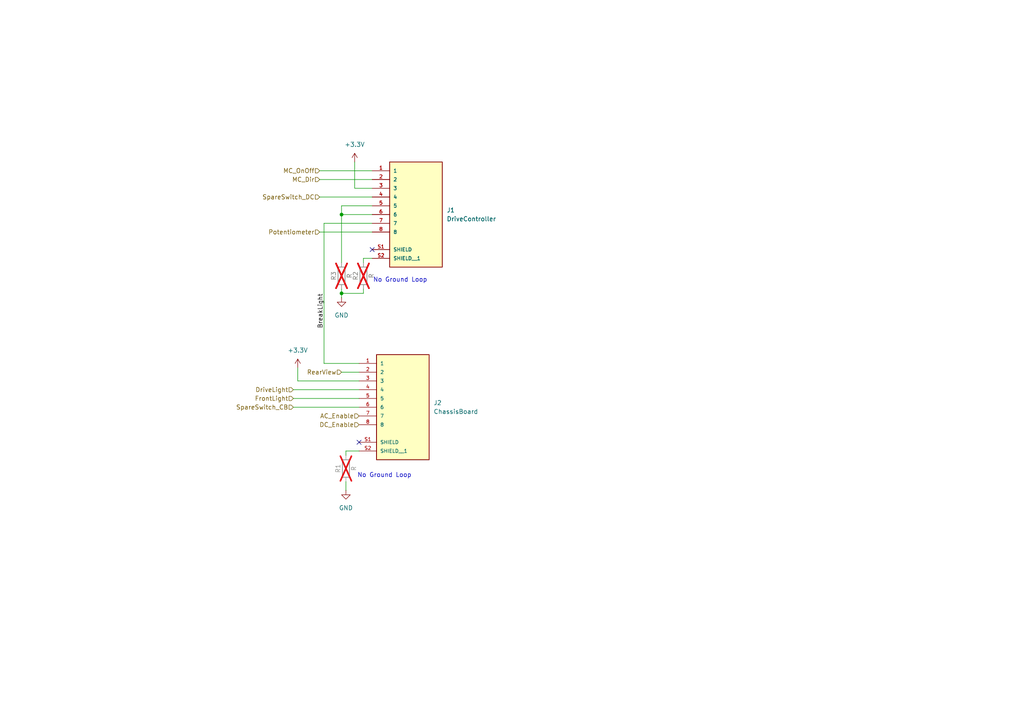
<source format=kicad_sch>
(kicad_sch
	(version 20250114)
	(generator "eeschema")
	(generator_version "9.0")
	(uuid "49ca617a-86ad-42f9-9bb5-06a04c5312c5")
	(paper "A4")
	(title_block
		(title "Connectors")
		(date "2025-11-08")
		(rev "0")
		(company "Solar Energy Racers")
	)
	(lib_symbols
		(symbol "Device:R"
			(pin_numbers
				(hide yes)
			)
			(pin_names
				(offset 0)
			)
			(exclude_from_sim no)
			(in_bom yes)
			(on_board yes)
			(property "Reference" "R"
				(at 2.032 0 90)
				(effects
					(font
						(size 1.27 1.27)
					)
				)
			)
			(property "Value" "R"
				(at 0 0 90)
				(effects
					(font
						(size 1.27 1.27)
					)
				)
			)
			(property "Footprint" ""
				(at -1.778 0 90)
				(effects
					(font
						(size 1.27 1.27)
					)
					(hide yes)
				)
			)
			(property "Datasheet" "~"
				(at 0 0 0)
				(effects
					(font
						(size 1.27 1.27)
					)
					(hide yes)
				)
			)
			(property "Description" "Resistor"
				(at 0 0 0)
				(effects
					(font
						(size 1.27 1.27)
					)
					(hide yes)
				)
			)
			(property "ki_keywords" "R res resistor"
				(at 0 0 0)
				(effects
					(font
						(size 1.27 1.27)
					)
					(hide yes)
				)
			)
			(property "ki_fp_filters" "R_*"
				(at 0 0 0)
				(effects
					(font
						(size 1.27 1.27)
					)
					(hide yes)
				)
			)
			(symbol "R_0_1"
				(rectangle
					(start -1.016 -2.54)
					(end 1.016 2.54)
					(stroke
						(width 0.254)
						(type default)
					)
					(fill
						(type none)
					)
				)
			)
			(symbol "R_1_1"
				(pin passive line
					(at 0 3.81 270)
					(length 1.27)
					(name "~"
						(effects
							(font
								(size 1.27 1.27)
							)
						)
					)
					(number "1"
						(effects
							(font
								(size 1.27 1.27)
							)
						)
					)
				)
				(pin passive line
					(at 0 -3.81 90)
					(length 1.27)
					(name "~"
						(effects
							(font
								(size 1.27 1.27)
							)
						)
					)
					(number "2"
						(effects
							(font
								(size 1.27 1.27)
							)
						)
					)
				)
			)
			(embedded_fonts no)
		)
		(symbol "Imported_Symbols:CRJ027-1-TH"
			(pin_names
				(offset 1.016)
			)
			(exclude_from_sim no)
			(in_bom yes)
			(on_board yes)
			(property "Reference" "J"
				(at -7.62 13.97 0)
				(effects
					(font
						(size 1.27 1.27)
					)
					(justify left bottom)
				)
			)
			(property "Value" "CRJ027-1-TH"
				(at -7.62 -19.05 0)
				(effects
					(font
						(size 1.27 1.27)
					)
					(justify left top)
				)
			)
			(property "Footprint" "Imported_Footprints:CUI_CRJ027-1-TH"
				(at 0 0 0)
				(effects
					(font
						(size 1.27 1.27)
					)
					(justify bottom)
					(hide yes)
				)
			)
			(property "Datasheet" ""
				(at 0 0 0)
				(effects
					(font
						(size 1.27 1.27)
					)
					(hide yes)
				)
			)
			(property "Description" ""
				(at 0 0 0)
				(effects
					(font
						(size 1.27 1.27)
					)
					(hide yes)
				)
			)
			(property "PARTREV" "1.0"
				(at 0 0 0)
				(effects
					(font
						(size 1.27 1.27)
					)
					(justify bottom)
					(hide yes)
				)
			)
			(property "STANDARD" "Manufacturer Recommendations"
				(at 0 0 0)
				(effects
					(font
						(size 1.27 1.27)
					)
					(justify bottom)
					(hide yes)
				)
			)
			(property "MAXIMUM_PACKAGE_HEIGHT" "16.55mm"
				(at 0 0 0)
				(effects
					(font
						(size 1.27 1.27)
					)
					(justify bottom)
					(hide yes)
				)
			)
			(property "MANUFACTURER" "CUI Devices"
				(at 0 0 0)
				(effects
					(font
						(size 1.27 1.27)
					)
					(justify bottom)
					(hide yes)
				)
			)
			(symbol "CRJ027-1-TH_0_0"
				(rectangle
					(start -7.62 12.7)
					(end 7.62 -17.78)
					(stroke
						(width 0.254)
						(type default)
					)
					(fill
						(type background)
					)
				)
				(pin passive line
					(at -12.7 10.16 0)
					(length 5.08)
					(name "1"
						(effects
							(font
								(size 1.016 1.016)
							)
						)
					)
					(number "1"
						(effects
							(font
								(size 1.016 1.016)
							)
						)
					)
				)
				(pin passive line
					(at -12.7 7.62 0)
					(length 5.08)
					(name "2"
						(effects
							(font
								(size 1.016 1.016)
							)
						)
					)
					(number "2"
						(effects
							(font
								(size 1.016 1.016)
							)
						)
					)
				)
				(pin passive line
					(at -12.7 5.08 0)
					(length 5.08)
					(name "3"
						(effects
							(font
								(size 1.016 1.016)
							)
						)
					)
					(number "3"
						(effects
							(font
								(size 1.016 1.016)
							)
						)
					)
				)
				(pin passive line
					(at -12.7 2.54 0)
					(length 5.08)
					(name "4"
						(effects
							(font
								(size 1.016 1.016)
							)
						)
					)
					(number "4"
						(effects
							(font
								(size 1.016 1.016)
							)
						)
					)
				)
				(pin passive line
					(at -12.7 0 0)
					(length 5.08)
					(name "5"
						(effects
							(font
								(size 1.016 1.016)
							)
						)
					)
					(number "5"
						(effects
							(font
								(size 1.016 1.016)
							)
						)
					)
				)
				(pin passive line
					(at -12.7 -2.54 0)
					(length 5.08)
					(name "6"
						(effects
							(font
								(size 1.016 1.016)
							)
						)
					)
					(number "6"
						(effects
							(font
								(size 1.016 1.016)
							)
						)
					)
				)
				(pin passive line
					(at -12.7 -5.08 0)
					(length 5.08)
					(name "7"
						(effects
							(font
								(size 1.016 1.016)
							)
						)
					)
					(number "7"
						(effects
							(font
								(size 1.016 1.016)
							)
						)
					)
				)
				(pin passive line
					(at -12.7 -7.62 0)
					(length 5.08)
					(name "8"
						(effects
							(font
								(size 1.016 1.016)
							)
						)
					)
					(number "8"
						(effects
							(font
								(size 1.016 1.016)
							)
						)
					)
				)
				(pin passive line
					(at -12.7 -12.7 0)
					(length 5.08)
					(name "SHIELD"
						(effects
							(font
								(size 1.016 1.016)
							)
						)
					)
					(number "S1"
						(effects
							(font
								(size 1.016 1.016)
							)
						)
					)
				)
				(pin passive line
					(at -12.7 -15.24 0)
					(length 5.08)
					(name "SHIELD__1"
						(effects
							(font
								(size 1.016 1.016)
							)
						)
					)
					(number "S2"
						(effects
							(font
								(size 1.016 1.016)
							)
						)
					)
				)
			)
			(embedded_fonts no)
		)
		(symbol "power:+3.3V"
			(power)
			(pin_numbers
				(hide yes)
			)
			(pin_names
				(offset 0)
				(hide yes)
			)
			(exclude_from_sim no)
			(in_bom yes)
			(on_board yes)
			(property "Reference" "#PWR"
				(at 0 -3.81 0)
				(effects
					(font
						(size 1.27 1.27)
					)
					(hide yes)
				)
			)
			(property "Value" "+3.3V"
				(at 0 3.556 0)
				(effects
					(font
						(size 1.27 1.27)
					)
				)
			)
			(property "Footprint" ""
				(at 0 0 0)
				(effects
					(font
						(size 1.27 1.27)
					)
					(hide yes)
				)
			)
			(property "Datasheet" ""
				(at 0 0 0)
				(effects
					(font
						(size 1.27 1.27)
					)
					(hide yes)
				)
			)
			(property "Description" "Power symbol creates a global label with name \"+3.3V\""
				(at 0 0 0)
				(effects
					(font
						(size 1.27 1.27)
					)
					(hide yes)
				)
			)
			(property "ki_keywords" "global power"
				(at 0 0 0)
				(effects
					(font
						(size 1.27 1.27)
					)
					(hide yes)
				)
			)
			(symbol "+3.3V_0_1"
				(polyline
					(pts
						(xy -0.762 1.27) (xy 0 2.54)
					)
					(stroke
						(width 0)
						(type default)
					)
					(fill
						(type none)
					)
				)
				(polyline
					(pts
						(xy 0 2.54) (xy 0.762 1.27)
					)
					(stroke
						(width 0)
						(type default)
					)
					(fill
						(type none)
					)
				)
				(polyline
					(pts
						(xy 0 0) (xy 0 2.54)
					)
					(stroke
						(width 0)
						(type default)
					)
					(fill
						(type none)
					)
				)
			)
			(symbol "+3.3V_1_1"
				(pin power_in line
					(at 0 0 90)
					(length 0)
					(name "~"
						(effects
							(font
								(size 1.27 1.27)
							)
						)
					)
					(number "1"
						(effects
							(font
								(size 1.27 1.27)
							)
						)
					)
				)
			)
			(embedded_fonts no)
		)
		(symbol "power:GND"
			(power)
			(pin_numbers
				(hide yes)
			)
			(pin_names
				(offset 0)
				(hide yes)
			)
			(exclude_from_sim no)
			(in_bom yes)
			(on_board yes)
			(property "Reference" "#PWR"
				(at 0 -6.35 0)
				(effects
					(font
						(size 1.27 1.27)
					)
					(hide yes)
				)
			)
			(property "Value" "GND"
				(at 0 -3.81 0)
				(effects
					(font
						(size 1.27 1.27)
					)
				)
			)
			(property "Footprint" ""
				(at 0 0 0)
				(effects
					(font
						(size 1.27 1.27)
					)
					(hide yes)
				)
			)
			(property "Datasheet" ""
				(at 0 0 0)
				(effects
					(font
						(size 1.27 1.27)
					)
					(hide yes)
				)
			)
			(property "Description" "Power symbol creates a global label with name \"GND\" , ground"
				(at 0 0 0)
				(effects
					(font
						(size 1.27 1.27)
					)
					(hide yes)
				)
			)
			(property "ki_keywords" "global power"
				(at 0 0 0)
				(effects
					(font
						(size 1.27 1.27)
					)
					(hide yes)
				)
			)
			(symbol "GND_0_1"
				(polyline
					(pts
						(xy 0 0) (xy 0 -1.27) (xy 1.27 -1.27) (xy 0 -2.54) (xy -1.27 -1.27) (xy 0 -1.27)
					)
					(stroke
						(width 0)
						(type default)
					)
					(fill
						(type none)
					)
				)
			)
			(symbol "GND_1_1"
				(pin power_in line
					(at 0 0 270)
					(length 0)
					(name "~"
						(effects
							(font
								(size 1.27 1.27)
							)
						)
					)
					(number "1"
						(effects
							(font
								(size 1.27 1.27)
							)
						)
					)
				)
			)
			(embedded_fonts no)
		)
	)
	(text "No Ground Loop"
		(exclude_from_sim no)
		(at 111.506 137.922 0)
		(effects
			(font
				(size 1.27 1.27)
			)
		)
		(uuid "7fb4ed0e-d145-427e-8cf1-a1a869ed3875")
	)
	(text "No Ground Loop"
		(exclude_from_sim no)
		(at 116.078 81.28 0)
		(effects
			(font
				(size 1.27 1.27)
			)
		)
		(uuid "c4c578cf-7417-4978-a3e0-485ea2f24485")
	)
	(junction
		(at 99.06 62.23)
		(diameter 0)
		(color 0 0 0 0)
		(uuid "7f4fe8fa-02c3-417e-a3fa-7e45759cebec")
	)
	(junction
		(at 99.06 85.09)
		(diameter 0)
		(color 0 0 0 0)
		(uuid "d5145944-8279-40a5-aa19-2e1887075e7d")
	)
	(no_connect
		(at 107.95 72.39)
		(uuid "5ee3c7b4-6c7c-4747-b41a-056afea1a393")
	)
	(no_connect
		(at 104.14 128.27)
		(uuid "a7416d38-d3f8-4a70-80e7-29d549e27221")
	)
	(wire
		(pts
			(xy 107.95 62.23) (xy 99.06 62.23)
		)
		(stroke
			(width 0)
			(type default)
		)
		(uuid "03a28c5f-e9d1-4bd8-8f6a-db9a204e21ba")
	)
	(wire
		(pts
			(xy 86.36 106.68) (xy 86.36 110.49)
		)
		(stroke
			(width 0)
			(type default)
		)
		(uuid "067912ac-e389-4b4e-99b9-8595339920ef")
	)
	(wire
		(pts
			(xy 85.09 113.03) (xy 104.14 113.03)
		)
		(stroke
			(width 0)
			(type default)
		)
		(uuid "12158893-68f5-40c2-b003-c3c1fd752e78")
	)
	(wire
		(pts
			(xy 85.09 115.57) (xy 104.14 115.57)
		)
		(stroke
			(width 0)
			(type default)
		)
		(uuid "1606e31d-115b-4cde-9295-ff8bf7d41074")
	)
	(wire
		(pts
			(xy 99.06 59.69) (xy 99.06 62.23)
		)
		(stroke
			(width 0)
			(type default)
		)
		(uuid "187ca67e-e5ea-4893-b728-fb98b06c99f1")
	)
	(wire
		(pts
			(xy 92.71 67.31) (xy 107.95 67.31)
		)
		(stroke
			(width 0)
			(type default)
		)
		(uuid "1c05014a-0b12-4c18-b799-2166af7fe92a")
	)
	(wire
		(pts
			(xy 93.98 105.41) (xy 104.14 105.41)
		)
		(stroke
			(width 0)
			(type default)
		)
		(uuid "240e21dd-6238-46da-a77d-d1b83a302305")
	)
	(wire
		(pts
			(xy 100.33 139.7) (xy 100.33 142.24)
		)
		(stroke
			(width 0)
			(type default)
		)
		(uuid "32028495-0d75-4c79-b72e-3cc3aba89a16")
	)
	(wire
		(pts
			(xy 99.06 107.95) (xy 104.14 107.95)
		)
		(stroke
			(width 0)
			(type default)
		)
		(uuid "37b27ae6-2981-4bee-abb4-564704ef3a02")
	)
	(wire
		(pts
			(xy 99.06 85.09) (xy 99.06 86.36)
		)
		(stroke
			(width 0)
			(type default)
		)
		(uuid "396984ab-1ffe-4115-9344-6922eb29d5c6")
	)
	(wire
		(pts
			(xy 85.09 118.11) (xy 104.14 118.11)
		)
		(stroke
			(width 0)
			(type default)
		)
		(uuid "4cf5c6b0-8ec4-4229-8907-bdb47678e9cf")
	)
	(wire
		(pts
			(xy 99.06 85.09) (xy 105.41 85.09)
		)
		(stroke
			(width 0)
			(type default)
		)
		(uuid "4e1b9274-675a-4c14-83cf-c27a5a368aba")
	)
	(wire
		(pts
			(xy 105.41 85.09) (xy 105.41 83.82)
		)
		(stroke
			(width 0)
			(type default)
		)
		(uuid "6292d6cb-e76d-4ba7-8877-16fc8a0ad269")
	)
	(wire
		(pts
			(xy 92.71 49.53) (xy 107.95 49.53)
		)
		(stroke
			(width 0)
			(type default)
		)
		(uuid "73e43d0b-247a-4227-ac94-3d38c234d79f")
	)
	(wire
		(pts
			(xy 107.95 74.93) (xy 105.41 74.93)
		)
		(stroke
			(width 0)
			(type default)
		)
		(uuid "774b1576-4ebb-40e0-89d8-ed2c7dcfe14e")
	)
	(wire
		(pts
			(xy 102.87 54.61) (xy 107.95 54.61)
		)
		(stroke
			(width 0)
			(type default)
		)
		(uuid "7d36c6ba-cb57-4e49-b188-434c5a365b6d")
	)
	(wire
		(pts
			(xy 104.14 130.81) (xy 100.33 130.81)
		)
		(stroke
			(width 0)
			(type default)
		)
		(uuid "82375f81-0b88-4ad9-b0fa-73dc9ba46527")
	)
	(wire
		(pts
			(xy 99.06 62.23) (xy 99.06 76.2)
		)
		(stroke
			(width 0)
			(type default)
		)
		(uuid "8708e9f0-c029-46d6-b865-f1adb37ddd98")
	)
	(wire
		(pts
			(xy 99.06 83.82) (xy 99.06 85.09)
		)
		(stroke
			(width 0)
			(type default)
		)
		(uuid "9808c1dd-cf2b-4d2e-916b-94ffd526321c")
	)
	(wire
		(pts
			(xy 93.98 64.77) (xy 107.95 64.77)
		)
		(stroke
			(width 0)
			(type default)
		)
		(uuid "b49e5965-b8e7-42da-8ce4-52cc8c903aa3")
	)
	(wire
		(pts
			(xy 102.87 46.99) (xy 102.87 54.61)
		)
		(stroke
			(width 0)
			(type default)
		)
		(uuid "b76523d8-f34b-4f62-af84-8bdf00881ba8")
	)
	(wire
		(pts
			(xy 92.71 52.07) (xy 107.95 52.07)
		)
		(stroke
			(width 0)
			(type default)
		)
		(uuid "c2a67a93-5375-49bb-af99-efe4b425db9b")
	)
	(wire
		(pts
			(xy 93.98 64.77) (xy 93.98 105.41)
		)
		(stroke
			(width 0)
			(type default)
		)
		(uuid "ce52b941-f5e6-4cba-8886-8bac1a5c4d8c")
	)
	(wire
		(pts
			(xy 100.33 130.81) (xy 100.33 132.08)
		)
		(stroke
			(width 0)
			(type default)
		)
		(uuid "ceb13edc-088a-4be2-9f3f-c9b35ff972aa")
	)
	(wire
		(pts
			(xy 92.71 57.15) (xy 107.95 57.15)
		)
		(stroke
			(width 0)
			(type default)
		)
		(uuid "d3cf2be0-cac6-431e-abec-085f6dfc50d2")
	)
	(wire
		(pts
			(xy 105.41 74.93) (xy 105.41 76.2)
		)
		(stroke
			(width 0)
			(type default)
		)
		(uuid "e079a0a0-23c4-4a6f-be28-3df780868b74")
	)
	(wire
		(pts
			(xy 107.95 59.69) (xy 99.06 59.69)
		)
		(stroke
			(width 0)
			(type default)
		)
		(uuid "e608b197-ae18-4626-b32b-e46765633830")
	)
	(wire
		(pts
			(xy 86.36 110.49) (xy 104.14 110.49)
		)
		(stroke
			(width 0)
			(type default)
		)
		(uuid "f0d2f2e2-25a4-41b6-acfd-f41987f60ed2")
	)
	(label "BreakLight"
		(at 93.98 95.25 90)
		(effects
			(font
				(size 1.27 1.27)
			)
			(justify left bottom)
		)
		(uuid "743fbe5f-4e1a-49d8-b26b-b7aed96a0e5e")
	)
	(hierarchical_label "DriveLight"
		(shape input)
		(at 85.09 113.03 180)
		(effects
			(font
				(size 1.27 1.27)
			)
			(justify right)
		)
		(uuid "0477a895-04e1-4003-a664-0295d7c96026")
	)
	(hierarchical_label "MC_Dir"
		(shape input)
		(at 92.71 52.07 180)
		(effects
			(font
				(size 1.27 1.27)
			)
			(justify right)
		)
		(uuid "08ac3889-b958-4495-bc81-d059a7cfe4d0")
	)
	(hierarchical_label "RearView"
		(shape input)
		(at 99.06 107.95 180)
		(effects
			(font
				(size 1.27 1.27)
			)
			(justify right)
		)
		(uuid "2cb6b98d-cce5-41e4-873c-2466d89a9d5b")
	)
	(hierarchical_label "SpareSwitch_CB"
		(shape input)
		(at 85.09 118.11 180)
		(effects
			(font
				(size 1.27 1.27)
			)
			(justify right)
		)
		(uuid "2fac8e9a-1bd4-4455-83fc-66caa46cf4a7")
	)
	(hierarchical_label "Potentiometer"
		(shape input)
		(at 92.71 67.31 180)
		(effects
			(font
				(size 1.27 1.27)
			)
			(justify right)
		)
		(uuid "47bc64d8-479e-44e8-b602-4b030e1340bc")
	)
	(hierarchical_label "AC_Enable"
		(shape input)
		(at 104.14 120.65 180)
		(effects
			(font
				(size 1.27 1.27)
			)
			(justify right)
		)
		(uuid "5e154652-f5ee-43a1-8459-a2b8632825ae")
	)
	(hierarchical_label "MC_OnOff"
		(shape input)
		(at 92.71 49.53 180)
		(effects
			(font
				(size 1.27 1.27)
			)
			(justify right)
		)
		(uuid "ca54ae25-a964-4459-b833-bb1fa826f0fd")
	)
	(hierarchical_label "FrontLight"
		(shape input)
		(at 85.09 115.57 180)
		(effects
			(font
				(size 1.27 1.27)
			)
			(justify right)
		)
		(uuid "d69aa2ce-6b80-4911-a604-e6a462382b0d")
	)
	(hierarchical_label "DC_Enable"
		(shape input)
		(at 104.14 123.19 180)
		(effects
			(font
				(size 1.27 1.27)
			)
			(justify right)
		)
		(uuid "e7c7524b-59d9-4ff6-b7f2-ebcfb38d2473")
	)
	(hierarchical_label "SpareSwitch_DC"
		(shape input)
		(at 92.71 57.15 180)
		(effects
			(font
				(size 1.27 1.27)
			)
			(justify right)
		)
		(uuid "f6880c77-b9f5-4d3f-a13d-84d5e2b8954d")
	)
	(symbol
		(lib_id "Imported_Symbols:CRJ027-1-TH")
		(at 116.84 115.57 0)
		(unit 1)
		(exclude_from_sim no)
		(in_bom yes)
		(on_board yes)
		(dnp no)
		(fields_autoplaced yes)
		(uuid "118e1383-0504-4a6d-b613-72fa8c981d02")
		(property "Reference" "J2"
			(at 125.73 116.8399 0)
			(effects
				(font
					(size 1.27 1.27)
				)
				(justify left)
			)
		)
		(property "Value" "ChassisBoard"
			(at 125.73 119.3799 0)
			(effects
				(font
					(size 1.27 1.27)
				)
				(justify left)
			)
		)
		(property "Footprint" "Imported_Footprints:CUI_CRJ027-1-TH"
			(at 116.84 115.57 0)
			(effects
				(font
					(size 1.27 1.27)
				)
				(justify bottom)
				(hide yes)
			)
		)
		(property "Datasheet" ""
			(at 116.84 115.57 0)
			(effects
				(font
					(size 1.27 1.27)
				)
				(hide yes)
			)
		)
		(property "Description" ""
			(at 116.84 115.57 0)
			(effects
				(font
					(size 1.27 1.27)
				)
				(hide yes)
			)
		)
		(property "PARTREV" "1.0"
			(at 116.84 115.57 0)
			(effects
				(font
					(size 1.27 1.27)
				)
				(justify bottom)
				(hide yes)
			)
		)
		(property "STANDARD" "Manufacturer Recommendations"
			(at 116.84 115.57 0)
			(effects
				(font
					(size 1.27 1.27)
				)
				(justify bottom)
				(hide yes)
			)
		)
		(property "MAXIMUM_PACKAGE_HEIGHT" "16.55mm"
			(at 116.84 115.57 0)
			(effects
				(font
					(size 1.27 1.27)
				)
				(justify bottom)
				(hide yes)
			)
		)
		(property "MANUFACTURER" "CUI Devices"
			(at 116.84 115.57 0)
			(effects
				(font
					(size 1.27 1.27)
				)
				(justify bottom)
				(hide yes)
			)
		)
		(pin "3"
			(uuid "5bc9f719-4ae1-4695-8bf1-3348da630c68")
		)
		(pin "7"
			(uuid "85c5545d-d503-4f44-9633-b487e64f8da1")
		)
		(pin "S1"
			(uuid "c577bebe-4b39-486e-af2e-891c06ed07bd")
		)
		(pin "S2"
			(uuid "5eea0240-1d2a-4470-b9bb-9ab0553233a6")
		)
		(pin "8"
			(uuid "6b198bdd-9a91-45e4-9800-eebc6cdada81")
		)
		(pin "2"
			(uuid "9f3733f6-36a9-45ee-aff0-8a0ea5ff568a")
		)
		(pin "4"
			(uuid "19bef33c-d984-48bf-b03b-469d82eb9eec")
		)
		(pin "1"
			(uuid "1f11ceec-83b4-4a00-b28f-46648938d842")
		)
		(pin "6"
			(uuid "deed054f-89b6-4c78-b30a-174aada49507")
		)
		(pin "5"
			(uuid "e945483a-793e-423e-9af9-b0ecd252afb2")
		)
		(instances
			(project "Switchboard"
				(path "/2babf612-d767-47be-8ee3-0737d3ac92e5/756f0f05-d77c-47b9-bba1-9a1a26466b1a"
					(reference "J2")
					(unit 1)
				)
			)
		)
	)
	(symbol
		(lib_id "power:GND")
		(at 99.06 86.36 0)
		(unit 1)
		(exclude_from_sim no)
		(in_bom yes)
		(on_board yes)
		(dnp no)
		(fields_autoplaced yes)
		(uuid "2124d75a-d1d6-474d-9a51-8e91d3308f65")
		(property "Reference" "#PWR03"
			(at 99.06 92.71 0)
			(effects
				(font
					(size 1.27 1.27)
				)
				(hide yes)
			)
		)
		(property "Value" "GND"
			(at 99.06 91.44 0)
			(effects
				(font
					(size 1.27 1.27)
				)
			)
		)
		(property "Footprint" ""
			(at 99.06 86.36 0)
			(effects
				(font
					(size 1.27 1.27)
				)
				(hide yes)
			)
		)
		(property "Datasheet" ""
			(at 99.06 86.36 0)
			(effects
				(font
					(size 1.27 1.27)
				)
				(hide yes)
			)
		)
		(property "Description" "Power symbol creates a global label with name \"GND\" , ground"
			(at 99.06 86.36 0)
			(effects
				(font
					(size 1.27 1.27)
				)
				(hide yes)
			)
		)
		(pin "1"
			(uuid "5cba7819-a040-4827-b239-6530d1484437")
		)
		(instances
			(project "Switchboard"
				(path "/2babf612-d767-47be-8ee3-0737d3ac92e5/756f0f05-d77c-47b9-bba1-9a1a26466b1a"
					(reference "#PWR03")
					(unit 1)
				)
			)
		)
	)
	(symbol
		(lib_id "Imported_Symbols:CRJ027-1-TH")
		(at 120.65 59.69 0)
		(unit 1)
		(exclude_from_sim no)
		(in_bom yes)
		(on_board yes)
		(dnp no)
		(uuid "5c8259c9-dd5c-4e8e-abae-8a1fbaea4d40")
		(property "Reference" "J1"
			(at 129.54 60.9599 0)
			(effects
				(font
					(size 1.27 1.27)
				)
				(justify left)
			)
		)
		(property "Value" "DriveController"
			(at 129.54 63.4999 0)
			(effects
				(font
					(size 1.27 1.27)
				)
				(justify left)
			)
		)
		(property "Footprint" "Imported_Footprints:CUI_CRJ027-1-TH"
			(at 120.65 59.69 0)
			(effects
				(font
					(size 1.27 1.27)
				)
				(justify bottom)
				(hide yes)
			)
		)
		(property "Datasheet" ""
			(at 120.65 59.69 0)
			(effects
				(font
					(size 1.27 1.27)
				)
				(hide yes)
			)
		)
		(property "Description" "Switchboard (+Mosfetboard)"
			(at 120.65 59.69 0)
			(effects
				(font
					(size 1.27 1.27)
				)
				(hide yes)
			)
		)
		(property "PARTREV" "1.0"
			(at 120.65 59.69 0)
			(effects
				(font
					(size 1.27 1.27)
				)
				(justify bottom)
				(hide yes)
			)
		)
		(property "STANDARD" "Manufacturer Recommendations"
			(at 120.65 59.69 0)
			(effects
				(font
					(size 1.27 1.27)
				)
				(justify bottom)
				(hide yes)
			)
		)
		(property "MAXIMUM_PACKAGE_HEIGHT" "16.55mm"
			(at 120.65 59.69 0)
			(effects
				(font
					(size 1.27 1.27)
				)
				(justify bottom)
				(hide yes)
			)
		)
		(property "MANUFACTURER" "CUI Devices"
			(at 120.65 59.69 0)
			(effects
				(font
					(size 1.27 1.27)
				)
				(justify bottom)
				(hide yes)
			)
		)
		(pin "1"
			(uuid "788cd1e8-da32-4787-b569-19d09d4ae47a")
		)
		(pin "2"
			(uuid "afa3feb4-c2c8-497d-8298-bfb36d0a736a")
		)
		(pin "3"
			(uuid "779b8554-8712-489e-8684-91439542d27f")
		)
		(pin "7"
			(uuid "3943ecbc-9d9e-4861-8dba-46ca1856710b")
		)
		(pin "S1"
			(uuid "fd4d13b1-240f-4715-8a67-92ffd63f0ae7")
		)
		(pin "8"
			(uuid "2c4a7428-60eb-4965-a615-b768231fbcbe")
		)
		(pin "S2"
			(uuid "d797f0e5-ded7-4c1c-b2f8-a91249811dd5")
		)
		(pin "6"
			(uuid "6e581f70-472e-4483-a5ab-c4441215b528")
		)
		(pin "4"
			(uuid "0113f3d5-4e73-47eb-874e-9a82bebacf2a")
		)
		(pin "5"
			(uuid "02d6fd74-8f2b-4b2d-9db9-b8bee398d007")
		)
		(instances
			(project "Switchboard"
				(path "/2babf612-d767-47be-8ee3-0737d3ac92e5/756f0f05-d77c-47b9-bba1-9a1a26466b1a"
					(reference "J1")
					(unit 1)
				)
			)
		)
	)
	(symbol
		(lib_id "Device:R")
		(at 100.33 135.89 180)
		(unit 1)
		(exclude_from_sim no)
		(in_bom no)
		(on_board yes)
		(dnp yes)
		(uuid "7d3582cb-94df-4c83-8843-76022f9fb592")
		(property "Reference" "R1"
			(at 98.044 135.89 90)
			(effects
				(font
					(size 1.27 1.27)
				)
			)
		)
		(property "Value" "R"
			(at 102.616 135.89 90)
			(effects
				(font
					(size 1.27 1.27)
				)
			)
		)
		(property "Footprint" "Resistor_SMD:R_0603_1608Metric"
			(at 102.108 135.89 90)
			(effects
				(font
					(size 1.27 1.27)
				)
				(hide yes)
			)
		)
		(property "Datasheet" "~"
			(at 100.33 135.89 0)
			(effects
				(font
					(size 1.27 1.27)
				)
				(hide yes)
			)
		)
		(property "Description" "Resistor"
			(at 100.33 135.89 0)
			(effects
				(font
					(size 1.27 1.27)
				)
				(hide yes)
			)
		)
		(pin "1"
			(uuid "e7c12784-ebf7-4011-9c26-8c266527f850")
		)
		(pin "2"
			(uuid "3eca0dff-2cd6-4822-a321-e8ad7297c5d9")
		)
		(instances
			(project "Switchboard"
				(path "/2babf612-d767-47be-8ee3-0737d3ac92e5/756f0f05-d77c-47b9-bba1-9a1a26466b1a"
					(reference "R1")
					(unit 1)
				)
			)
		)
	)
	(symbol
		(lib_id "power:GND")
		(at 100.33 142.24 0)
		(unit 1)
		(exclude_from_sim no)
		(in_bom yes)
		(on_board yes)
		(dnp no)
		(fields_autoplaced yes)
		(uuid "7dfe345c-1ab2-46f9-93fc-464843d789d4")
		(property "Reference" "#PWR05"
			(at 100.33 148.59 0)
			(effects
				(font
					(size 1.27 1.27)
				)
				(hide yes)
			)
		)
		(property "Value" "GND"
			(at 100.33 147.32 0)
			(effects
				(font
					(size 1.27 1.27)
				)
			)
		)
		(property "Footprint" ""
			(at 100.33 142.24 0)
			(effects
				(font
					(size 1.27 1.27)
				)
				(hide yes)
			)
		)
		(property "Datasheet" ""
			(at 100.33 142.24 0)
			(effects
				(font
					(size 1.27 1.27)
				)
				(hide yes)
			)
		)
		(property "Description" "Power symbol creates a global label with name \"GND\" , ground"
			(at 100.33 142.24 0)
			(effects
				(font
					(size 1.27 1.27)
				)
				(hide yes)
			)
		)
		(pin "1"
			(uuid "1ab55c7a-b110-4307-a9c2-ed427f3e99be")
		)
		(instances
			(project "Switchboard"
				(path "/2babf612-d767-47be-8ee3-0737d3ac92e5/756f0f05-d77c-47b9-bba1-9a1a26466b1a"
					(reference "#PWR05")
					(unit 1)
				)
			)
		)
	)
	(symbol
		(lib_id "Device:R")
		(at 105.41 80.01 180)
		(unit 1)
		(exclude_from_sim no)
		(in_bom no)
		(on_board yes)
		(dnp yes)
		(uuid "8ab090d5-bc59-4d1e-8046-591d231ee3a5")
		(property "Reference" "R2"
			(at 103.124 80.01 90)
			(effects
				(font
					(size 1.27 1.27)
				)
			)
		)
		(property "Value" "R"
			(at 107.696 80.01 90)
			(effects
				(font
					(size 1.27 1.27)
				)
			)
		)
		(property "Footprint" "Resistor_SMD:R_0603_1608Metric"
			(at 107.188 80.01 90)
			(effects
				(font
					(size 1.27 1.27)
				)
				(hide yes)
			)
		)
		(property "Datasheet" "~"
			(at 105.41 80.01 0)
			(effects
				(font
					(size 1.27 1.27)
				)
				(hide yes)
			)
		)
		(property "Description" "Resistor"
			(at 105.41 80.01 0)
			(effects
				(font
					(size 1.27 1.27)
				)
				(hide yes)
			)
		)
		(pin "1"
			(uuid "afea3479-54f4-488e-93f5-936bb3c00c80")
		)
		(pin "2"
			(uuid "fc65c421-d384-487d-b56b-0d14110a62c4")
		)
		(instances
			(project "Switchboard"
				(path "/2babf612-d767-47be-8ee3-0737d3ac92e5/756f0f05-d77c-47b9-bba1-9a1a26466b1a"
					(reference "R2")
					(unit 1)
				)
			)
		)
	)
	(symbol
		(lib_id "Device:R")
		(at 99.06 80.01 180)
		(unit 1)
		(exclude_from_sim no)
		(in_bom no)
		(on_board yes)
		(dnp yes)
		(uuid "9f22a067-e932-4156-a8b9-c0cc6a03bdb0")
		(property "Reference" "R3"
			(at 96.774 80.01 90)
			(effects
				(font
					(size 1.27 1.27)
				)
			)
		)
		(property "Value" "R"
			(at 101.346 80.01 90)
			(effects
				(font
					(size 1.27 1.27)
				)
			)
		)
		(property "Footprint" "Resistor_SMD:R_0603_1608Metric"
			(at 100.838 80.01 90)
			(effects
				(font
					(size 1.27 1.27)
				)
				(hide yes)
			)
		)
		(property "Datasheet" "~"
			(at 99.06 80.01 0)
			(effects
				(font
					(size 1.27 1.27)
				)
				(hide yes)
			)
		)
		(property "Description" "Resistor"
			(at 99.06 80.01 0)
			(effects
				(font
					(size 1.27 1.27)
				)
				(hide yes)
			)
		)
		(pin "1"
			(uuid "968a49b1-bc91-4642-b1aa-cc184bbb1707")
		)
		(pin "2"
			(uuid "8d808d62-cbb8-4e6e-95ed-b76770730b19")
		)
		(instances
			(project "Switchboard"
				(path "/2babf612-d767-47be-8ee3-0737d3ac92e5/756f0f05-d77c-47b9-bba1-9a1a26466b1a"
					(reference "R3")
					(unit 1)
				)
			)
		)
	)
	(symbol
		(lib_id "power:+3.3V")
		(at 102.87 46.99 0)
		(unit 1)
		(exclude_from_sim no)
		(in_bom yes)
		(on_board yes)
		(dnp no)
		(fields_autoplaced yes)
		(uuid "e0154011-b07f-4e1f-bfb2-5fc4df813487")
		(property "Reference" "#PWR02"
			(at 102.87 50.8 0)
			(effects
				(font
					(size 1.27 1.27)
				)
				(hide yes)
			)
		)
		(property "Value" "+3.3V"
			(at 102.87 41.91 0)
			(effects
				(font
					(size 1.27 1.27)
				)
			)
		)
		(property "Footprint" ""
			(at 102.87 46.99 0)
			(effects
				(font
					(size 1.27 1.27)
				)
				(hide yes)
			)
		)
		(property "Datasheet" ""
			(at 102.87 46.99 0)
			(effects
				(font
					(size 1.27 1.27)
				)
				(hide yes)
			)
		)
		(property "Description" "Power symbol creates a global label with name \"+3.3V\""
			(at 102.87 46.99 0)
			(effects
				(font
					(size 1.27 1.27)
				)
				(hide yes)
			)
		)
		(pin "1"
			(uuid "ae24e463-7640-4f17-94a2-076a33b386d4")
		)
		(instances
			(project "Switchboard"
				(path "/2babf612-d767-47be-8ee3-0737d3ac92e5/756f0f05-d77c-47b9-bba1-9a1a26466b1a"
					(reference "#PWR02")
					(unit 1)
				)
			)
		)
	)
	(symbol
		(lib_id "power:+3.3V")
		(at 86.36 106.68 0)
		(unit 1)
		(exclude_from_sim no)
		(in_bom yes)
		(on_board yes)
		(dnp no)
		(fields_autoplaced yes)
		(uuid "f9806fbe-0906-4b2a-9a8f-9bbcb69bc3f7")
		(property "Reference" "#PWR04"
			(at 86.36 110.49 0)
			(effects
				(font
					(size 1.27 1.27)
				)
				(hide yes)
			)
		)
		(property "Value" "+3.3V"
			(at 86.36 101.6 0)
			(effects
				(font
					(size 1.27 1.27)
				)
			)
		)
		(property "Footprint" ""
			(at 86.36 106.68 0)
			(effects
				(font
					(size 1.27 1.27)
				)
				(hide yes)
			)
		)
		(property "Datasheet" ""
			(at 86.36 106.68 0)
			(effects
				(font
					(size 1.27 1.27)
				)
				(hide yes)
			)
		)
		(property "Description" "Power symbol creates a global label with name \"+3.3V\""
			(at 86.36 106.68 0)
			(effects
				(font
					(size 1.27 1.27)
				)
				(hide yes)
			)
		)
		(pin "1"
			(uuid "48c8fdcb-698d-4698-951b-d0f2fcb7208f")
		)
		(instances
			(project "Switchboard"
				(path "/2babf612-d767-47be-8ee3-0737d3ac92e5/756f0f05-d77c-47b9-bba1-9a1a26466b1a"
					(reference "#PWR04")
					(unit 1)
				)
			)
		)
	)
)

</source>
